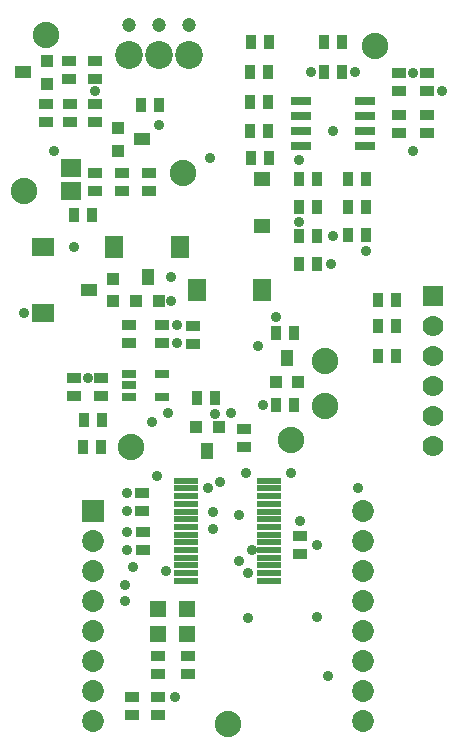
<source format=gts>
G04 Layer_Color=8388736*
%FSLAX25Y25*%
%MOIN*%
G70*
G01*
G75*
%ADD44R,0.04400X0.05800*%
%ADD45R,0.04400X0.04400*%
%ADD46R,0.03800X0.04800*%
%ADD47R,0.04800X0.03800*%
%ADD48R,0.05721X0.04737*%
%ADD49R,0.05918X0.07729*%
%ADD50R,0.07729X0.05918*%
%ADD51R,0.04400X0.04400*%
%ADD52R,0.05800X0.04400*%
%ADD53R,0.06902X0.03162*%
%ADD54R,0.07913X0.02402*%
%ADD55R,0.05524X0.05524*%
%ADD56R,0.05131X0.03162*%
%ADD57R,0.06706X0.05918*%
%ADD58C,0.09300*%
%ADD59C,0.04731*%
%ADD60C,0.08800*%
%ADD61C,0.07000*%
%ADD62R,0.07000X0.07000*%
%ADD63C,0.07300*%
%ADD64R,0.07300X0.07300*%
%ADD65C,0.03600*%
D44*
X-6850Y104992D02*
D03*
X-26800Y162883D02*
D03*
X19700Y136073D02*
D03*
D45*
X-10550Y112992D02*
D03*
X-3050D02*
D03*
X-23100Y154883D02*
D03*
X-30600D02*
D03*
X23400Y128073D02*
D03*
X15900D02*
D03*
D46*
X-4373Y122675D02*
D03*
X-10373D02*
D03*
X49885Y136660D02*
D03*
X55885D02*
D03*
X22000Y120340D02*
D03*
X16000D02*
D03*
X21958Y144340D02*
D03*
X15958D02*
D03*
X37958Y231340D02*
D03*
X31958D02*
D03*
X7585Y202660D02*
D03*
X13585D02*
D03*
X7542Y241160D02*
D03*
X13543D02*
D03*
X31892D02*
D03*
X37892D02*
D03*
X55885Y146460D02*
D03*
X49885D02*
D03*
X55885Y155400D02*
D03*
X49885D02*
D03*
X13457Y221160D02*
D03*
X7457D02*
D03*
X13500Y211660D02*
D03*
X7500D02*
D03*
X29802Y195660D02*
D03*
X23802D02*
D03*
X46042D02*
D03*
X40042D02*
D03*
X7457Y231180D02*
D03*
X13457D02*
D03*
X46042Y186160D02*
D03*
X40042D02*
D03*
X29802D02*
D03*
X23802D02*
D03*
X46085Y176820D02*
D03*
X40085D02*
D03*
X29802Y176660D02*
D03*
X23802D02*
D03*
X29760Y167340D02*
D03*
X23760D02*
D03*
X-48352Y106431D02*
D03*
X-42352D02*
D03*
X-42107Y115251D02*
D03*
X-48107D02*
D03*
X-45304Y183660D02*
D03*
X-51304D02*
D03*
X-23020Y220160D02*
D03*
X-29021D02*
D03*
D47*
X5340Y106342D02*
D03*
Y112342D02*
D03*
X-32000Y23000D02*
D03*
Y17000D02*
D03*
X-23340Y23000D02*
D03*
Y17000D02*
D03*
X-28506Y84845D02*
D03*
Y90845D02*
D03*
X-28304Y78000D02*
D03*
Y72000D02*
D03*
X24000Y70500D02*
D03*
Y76500D02*
D03*
X66340Y211000D02*
D03*
Y217000D02*
D03*
Y225043D02*
D03*
Y231043D02*
D03*
X-21988Y140850D02*
D03*
Y146850D02*
D03*
X-51310Y123176D02*
D03*
Y129175D02*
D03*
X-42309Y123133D02*
D03*
Y129133D02*
D03*
X-44160Y191542D02*
D03*
Y197543D02*
D03*
X-13340Y30457D02*
D03*
Y36457D02*
D03*
X-23340Y30457D02*
D03*
Y36457D02*
D03*
X57160Y210958D02*
D03*
Y216957D02*
D03*
Y224957D02*
D03*
Y230958D02*
D03*
X-11524Y146745D02*
D03*
Y140745D02*
D03*
X-33000Y146850D02*
D03*
Y140850D02*
D03*
X-35160Y197543D02*
D03*
Y191542D02*
D03*
X-26340Y191457D02*
D03*
Y197458D02*
D03*
X-52660Y220543D02*
D03*
Y214543D02*
D03*
X-44160Y220543D02*
D03*
Y214543D02*
D03*
X-44340Y228958D02*
D03*
Y234958D02*
D03*
X-52840Y228958D02*
D03*
Y234958D02*
D03*
X-60797Y214458D02*
D03*
Y220458D02*
D03*
D48*
X11445Y179921D02*
D03*
Y195669D02*
D03*
D49*
X-37945Y173000D02*
D03*
X-16055D02*
D03*
X-10445Y158700D02*
D03*
X11445D02*
D03*
D50*
X-61500Y172945D02*
D03*
Y151055D02*
D03*
D51*
X-60483Y234900D02*
D03*
Y227400D02*
D03*
X-36517Y205100D02*
D03*
Y212600D02*
D03*
X-38483Y162400D02*
D03*
Y154900D02*
D03*
D52*
X-68483Y231200D02*
D03*
X-28517Y208800D02*
D03*
X-46483Y158700D02*
D03*
D53*
X45630Y221500D02*
D03*
Y216500D02*
D03*
Y211500D02*
D03*
Y206500D02*
D03*
X24370D02*
D03*
Y211500D02*
D03*
Y216500D02*
D03*
Y221500D02*
D03*
D54*
X13712Y94996D02*
D03*
Y92437D02*
D03*
Y89878D02*
D03*
Y87319D02*
D03*
Y84760D02*
D03*
Y82201D02*
D03*
Y79642D02*
D03*
Y77083D02*
D03*
Y74524D02*
D03*
Y71965D02*
D03*
Y69406D02*
D03*
Y66847D02*
D03*
Y64287D02*
D03*
Y61728D02*
D03*
X-13847D02*
D03*
Y64287D02*
D03*
Y66847D02*
D03*
Y69406D02*
D03*
Y71965D02*
D03*
Y74524D02*
D03*
Y77083D02*
D03*
Y79642D02*
D03*
Y82201D02*
D03*
Y84760D02*
D03*
Y87319D02*
D03*
Y89878D02*
D03*
Y92437D02*
D03*
Y94996D02*
D03*
D55*
X-23340Y52134D02*
D03*
Y43866D02*
D03*
X-13500D02*
D03*
Y52134D02*
D03*
D56*
X-22025Y123052D02*
D03*
X-33049Y126792D02*
D03*
X-22025Y130532D02*
D03*
X-33049Y123052D02*
D03*
Y130532D02*
D03*
D57*
X-52480Y191760D02*
D03*
Y199240D02*
D03*
D58*
X-13000Y237000D02*
D03*
X-23000D02*
D03*
X-33000D02*
D03*
D59*
Y247000D02*
D03*
X-23000D02*
D03*
X-13000D02*
D03*
D60*
X49000Y240000D02*
D03*
X-67945Y191760D02*
D03*
X-60500Y243500D02*
D03*
X-32283Y106299D02*
D03*
X20866Y108661D02*
D03*
X32500Y120000D02*
D03*
Y135000D02*
D03*
X-15000Y197458D02*
D03*
X0Y14000D02*
D03*
D61*
X68441Y146500D02*
D03*
Y106500D02*
D03*
Y116500D02*
D03*
Y126500D02*
D03*
Y136500D02*
D03*
D62*
Y156500D02*
D03*
D63*
X45000Y25000D02*
D03*
Y75000D02*
D03*
Y65000D02*
D03*
Y85000D02*
D03*
Y45000D02*
D03*
Y35000D02*
D03*
Y55000D02*
D03*
Y15000D02*
D03*
X-45000Y65000D02*
D03*
Y15000D02*
D03*
Y55000D02*
D03*
Y35000D02*
D03*
Y25000D02*
D03*
Y45000D02*
D03*
Y75000D02*
D03*
D64*
Y85000D02*
D03*
D65*
X43307Y92536D02*
D03*
X11811Y120340D02*
D03*
X-4858Y84646D02*
D03*
X3543Y83465D02*
D03*
X-34252Y55000D02*
D03*
Y60173D02*
D03*
X29802Y49500D02*
D03*
X6693Y64330D02*
D03*
Y49213D02*
D03*
X29802Y73622D02*
D03*
X3543Y68110D02*
D03*
X-25197Y114567D02*
D03*
X23802Y181410D02*
D03*
X-17500Y23000D02*
D03*
X33500Y30000D02*
D03*
X-31496Y66142D02*
D03*
X24160Y81500D02*
D03*
X8000Y71965D02*
D03*
X-4858Y79100D02*
D03*
X-20500Y65000D02*
D03*
X-2600Y94488D02*
D03*
X-19020Y162900D02*
D03*
X-44340Y224840D02*
D03*
X-58000Y204792D02*
D03*
X35000Y176660D02*
D03*
Y211500D02*
D03*
X71372Y225043D02*
D03*
X27542Y231340D02*
D03*
X42500D02*
D03*
X15900Y149500D02*
D03*
X-33500Y71965D02*
D03*
Y78043D02*
D03*
Y90802D02*
D03*
Y84802D02*
D03*
X23802Y202000D02*
D03*
X34500Y167340D02*
D03*
X46085Y171500D02*
D03*
X-23000Y213500D02*
D03*
X61708Y230958D02*
D03*
Y204792D02*
D03*
X-67945Y151055D02*
D03*
X-51304Y173000D02*
D03*
X-19000Y155000D02*
D03*
X6000Y97500D02*
D03*
X21000D02*
D03*
X-6500Y92437D02*
D03*
X-16840Y140850D02*
D03*
Y146850D02*
D03*
X-46788Y129133D02*
D03*
X-23802Y96500D02*
D03*
X-20000Y117500D02*
D03*
X-4231Y117323D02*
D03*
X-6021Y202500D02*
D03*
X1181Y117500D02*
D03*
X10000Y140042D02*
D03*
M02*

</source>
